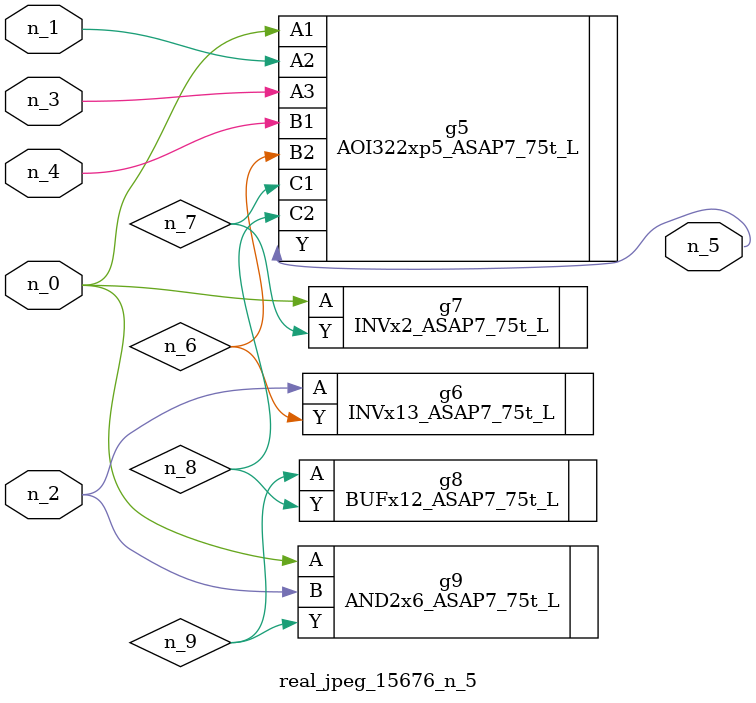
<source format=v>
module real_jpeg_15676_n_5 (n_4, n_0, n_1, n_2, n_3, n_5);

input n_4;
input n_0;
input n_1;
input n_2;
input n_3;

output n_5;

wire n_8;
wire n_6;
wire n_7;
wire n_9;

AOI322xp5_ASAP7_75t_L g5 ( 
.A1(n_0),
.A2(n_1),
.A3(n_3),
.B1(n_4),
.B2(n_6),
.C1(n_7),
.C2(n_8),
.Y(n_5)
);

INVx2_ASAP7_75t_L g7 ( 
.A(n_0),
.Y(n_7)
);

AND2x6_ASAP7_75t_L g9 ( 
.A(n_0),
.B(n_2),
.Y(n_9)
);

INVx13_ASAP7_75t_L g6 ( 
.A(n_2),
.Y(n_6)
);

BUFx12_ASAP7_75t_L g8 ( 
.A(n_9),
.Y(n_8)
);


endmodule
</source>
